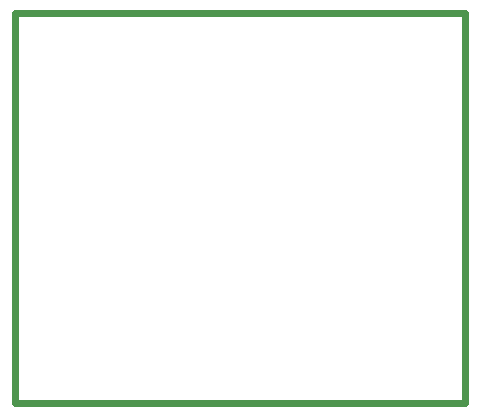
<source format=gko>
G04*
G04 #@! TF.GenerationSoftware,Altium Limited,Altium Designer,22.7.1 (60)*
G04*
G04 Layer_Color=16711935*
%FSLAX44Y44*%
%MOMM*%
G71*
G04*
G04 #@! TF.SameCoordinates,A4F2FA5D-D4EF-4288-9AD8-153C25E8CDF2*
G04*
G04*
G04 #@! TF.FilePolarity,Positive*
G04*
G01*
G75*
%ADD42C,0.6096*%
D42*
X0Y0D02*
Y330200D01*
X381000D01*
Y0D02*
Y330200D01*
X0Y0D02*
X381000D01*
M02*

</source>
